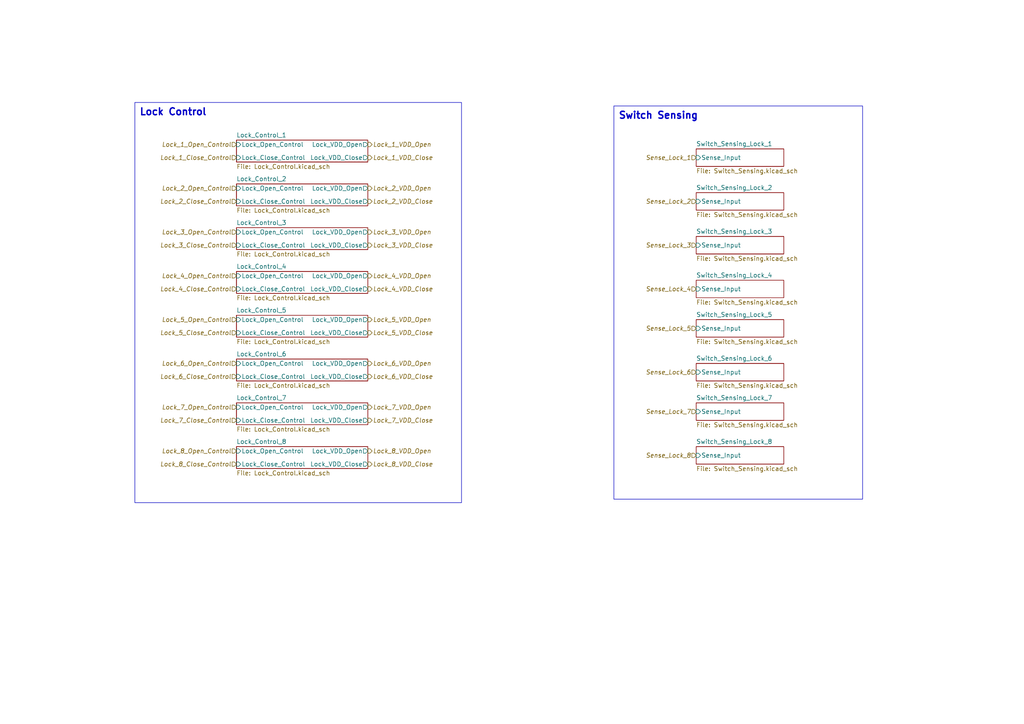
<source format=kicad_sch>
(kicad_sch
	(version 20231120)
	(generator "eeschema")
	(generator_version "8.0")
	(uuid "829bf2fb-0cbe-499c-a458-8d59c8c34551")
	(paper "A4")
	(lib_symbols)
	(rectangle
		(start 39.116 29.718)
		(end 133.858 145.796)
		(stroke
			(width 0)
			(type default)
		)
		(fill
			(type none)
		)
		(uuid 38e444be-a085-47fa-b63e-265b330679db)
	)
	(rectangle
		(start 178.054 30.734)
		(end 250.19 144.78)
		(stroke
			(width 0)
			(type default)
		)
		(fill
			(type none)
		)
		(uuid 8a344375-1b58-43d5-8669-4c6d1752a46a)
	)
	(text "Lock Control"
		(exclude_from_sim no)
		(at 40.386 33.782 0)
		(effects
			(font
				(size 2 2)
				(thickness 0.4)
				(bold yes)
			)
			(justify left bottom)
		)
		(uuid "39073fe2-1967-427b-ab3a-a225aa11024d")
	)
	(text "Switch Sensing"
		(exclude_from_sim no)
		(at 179.324 34.798 0)
		(effects
			(font
				(size 2 2)
				(thickness 0.4)
				(bold yes)
			)
			(justify left bottom)
		)
		(uuid "4b486aca-7feb-4dc9-9772-4eea4045032b")
	)
	(hierarchical_label "Lock_3_VDD_Close"
		(shape output)
		(at 106.68 71.12 0)
		(fields_autoplaced yes)
		(effects
			(font
				(size 1.27 1.27)
				(italic yes)
			)
			(justify left)
		)
		(uuid "01a6f01a-3dcc-4670-83e3-814295ea39a9")
	)
	(hierarchical_label "Lock_2_Close_Control"
		(shape input)
		(at 68.58 58.42 180)
		(fields_autoplaced yes)
		(effects
			(font
				(size 1.27 1.27)
				(italic yes)
			)
			(justify right)
		)
		(uuid "09ca04f1-6404-442c-86b2-34003e7abbcc")
	)
	(hierarchical_label "Sense_Lock_7"
		(shape input)
		(at 201.93 119.38 180)
		(fields_autoplaced yes)
		(effects
			(font
				(size 1.27 1.27)
				(italic yes)
			)
			(justify right)
		)
		(uuid "0f949a52-09a4-476e-9793-99c0e5b62dd9")
	)
	(hierarchical_label "Lock_5_Open_Control"
		(shape input)
		(at 68.58 92.71 180)
		(fields_autoplaced yes)
		(effects
			(font
				(size 1.27 1.27)
				(italic yes)
			)
			(justify right)
		)
		(uuid "11106617-7a6d-4d77-b973-bb4bfea21fd1")
	)
	(hierarchical_label "Lock_7_VDD_Close"
		(shape output)
		(at 106.68 121.92 0)
		(fields_autoplaced yes)
		(effects
			(font
				(size 1.27 1.27)
				(italic yes)
			)
			(justify left)
		)
		(uuid "13876124-58c6-4b9d-9a92-705eb23b4137")
	)
	(hierarchical_label "Sense_Lock_4"
		(shape input)
		(at 201.93 83.82 180)
		(fields_autoplaced yes)
		(effects
			(font
				(size 1.27 1.27)
				(italic yes)
			)
			(justify right)
		)
		(uuid "22a873b6-2f54-4937-bf62-551df83b3faf")
	)
	(hierarchical_label "Lock_5_VDD_Open"
		(shape output)
		(at 106.68 92.71 0)
		(fields_autoplaced yes)
		(effects
			(font
				(size 1.27 1.27)
				(italic yes)
			)
			(justify left)
		)
		(uuid "2d17fde2-d43b-4d71-ab21-04b4f8691cc2")
	)
	(hierarchical_label "Sense_Lock_5"
		(shape input)
		(at 201.93 95.25 180)
		(fields_autoplaced yes)
		(effects
			(font
				(size 1.27 1.27)
				(italic yes)
			)
			(justify right)
		)
		(uuid "35b77036-7e16-4bf5-990a-a882bc83011f")
	)
	(hierarchical_label "Lock_6_VDD_Open"
		(shape output)
		(at 106.68 105.41 0)
		(fields_autoplaced yes)
		(effects
			(font
				(size 1.27 1.27)
				(italic yes)
			)
			(justify left)
		)
		(uuid "3983579f-cec4-41f2-b184-a8557a9ed089")
	)
	(hierarchical_label "Lock_6_VDD_Close"
		(shape output)
		(at 106.68 109.22 0)
		(fields_autoplaced yes)
		(effects
			(font
				(size 1.27 1.27)
				(italic yes)
			)
			(justify left)
		)
		(uuid "47ed6940-e76b-4133-9577-ad1a0aa4aefa")
	)
	(hierarchical_label "Lock_5_VDD_Close"
		(shape output)
		(at 106.68 96.52 0)
		(fields_autoplaced yes)
		(effects
			(font
				(size 1.27 1.27)
				(italic yes)
			)
			(justify left)
		)
		(uuid "4b16fce4-9ddc-457d-99bd-c79a4cfbeeef")
	)
	(hierarchical_label "Lock_4_Close_Control"
		(shape input)
		(at 68.58 83.82 180)
		(fields_autoplaced yes)
		(effects
			(font
				(size 1.27 1.27)
				(italic yes)
			)
			(justify right)
		)
		(uuid "4fd4bd9c-2155-47ca-a151-8a19fc50b21d")
	)
	(hierarchical_label "Sense_Lock_8"
		(shape input)
		(at 201.93 132.08 180)
		(fields_autoplaced yes)
		(effects
			(font
				(size 1.27 1.27)
				(italic yes)
			)
			(justify right)
		)
		(uuid "5bd0e8a7-a72b-4e9a-a915-8190be97b145")
	)
	(hierarchical_label "Sense_Lock_3"
		(shape input)
		(at 201.93 71.12 180)
		(fields_autoplaced yes)
		(effects
			(font
				(size 1.27 1.27)
				(italic yes)
			)
			(justify right)
		)
		(uuid "5fa47bee-46d9-46c9-ac20-3c4fd1e23195")
	)
	(hierarchical_label "Sense_Lock_6"
		(shape input)
		(at 201.93 107.95 180)
		(fields_autoplaced yes)
		(effects
			(font
				(size 1.27 1.27)
				(italic yes)
			)
			(justify right)
		)
		(uuid "60ffe2a5-737e-42e7-b68a-4e6e220ec1e1")
	)
	(hierarchical_label "Lock_4_VDD_Open"
		(shape output)
		(at 106.68 80.01 0)
		(fields_autoplaced yes)
		(effects
			(font
				(size 1.27 1.27)
				(italic yes)
			)
			(justify left)
		)
		(uuid "78a1c9b6-8e6c-4888-bbe9-59de46b0a6db")
	)
	(hierarchical_label "Lock_8_VDD_Open"
		(shape output)
		(at 106.68 130.81 0)
		(fields_autoplaced yes)
		(effects
			(font
				(size 1.27 1.27)
				(italic yes)
			)
			(justify left)
		)
		(uuid "7b464692-1670-4874-bafe-3f0503f4193f")
	)
	(hierarchical_label "Lock_1_Close_Control"
		(shape input)
		(at 68.58 45.72 180)
		(fields_autoplaced yes)
		(effects
			(font
				(size 1.27 1.27)
				(italic yes)
			)
			(justify right)
		)
		(uuid "7cb80d05-3ffa-43a6-b991-e95c50d9b756")
	)
	(hierarchical_label "Lock_1_VDD_Close"
		(shape output)
		(at 106.68 45.72 0)
		(fields_autoplaced yes)
		(effects
			(font
				(size 1.27 1.27)
				(italic yes)
			)
			(justify left)
		)
		(uuid "80b85942-467a-43c0-87db-269b18450bf1")
	)
	(hierarchical_label "Lock_2_VDD_Open"
		(shape output)
		(at 106.68 54.61 0)
		(fields_autoplaced yes)
		(effects
			(font
				(size 1.27 1.27)
				(italic yes)
			)
			(justify left)
		)
		(uuid "86541bc9-9765-405d-abdc-68afbf3b6168")
	)
	(hierarchical_label "Lock_3_Open_Control"
		(shape input)
		(at 68.58 67.31 180)
		(fields_autoplaced yes)
		(effects
			(font
				(size 1.27 1.27)
				(italic yes)
			)
			(justify right)
		)
		(uuid "88449b29-eee7-4b05-a499-7ca1b1441743")
	)
	(hierarchical_label "Lock_8_Open_Control"
		(shape input)
		(at 68.58 130.81 180)
		(fields_autoplaced yes)
		(effects
			(font
				(size 1.27 1.27)
				(italic yes)
			)
			(justify right)
		)
		(uuid "89ae6362-bb6c-4604-a468-4b298348e7b4")
	)
	(hierarchical_label "Lock_7_Open_Control"
		(shape input)
		(at 68.58 118.11 180)
		(fields_autoplaced yes)
		(effects
			(font
				(size 1.27 1.27)
				(italic yes)
			)
			(justify right)
		)
		(uuid "8f94144f-0ba6-41c7-9a95-a5328d24040f")
	)
	(hierarchical_label "Lock_2_VDD_Close"
		(shape output)
		(at 106.68 58.42 0)
		(fields_autoplaced yes)
		(effects
			(font
				(size 1.27 1.27)
				(italic yes)
			)
			(justify left)
		)
		(uuid "905d8f9f-4f5b-4710-a74f-8ad5b9eb0656")
	)
	(hierarchical_label "Lock_8_Close_Control"
		(shape input)
		(at 68.58 134.62 180)
		(fields_autoplaced yes)
		(effects
			(font
				(size 1.27 1.27)
				(italic yes)
			)
			(justify right)
		)
		(uuid "9457499a-e152-4013-8466-0f0c508018f6")
	)
	(hierarchical_label "Lock_8_VDD_Close"
		(shape output)
		(at 106.68 134.62 0)
		(fields_autoplaced yes)
		(effects
			(font
				(size 1.27 1.27)
				(italic yes)
			)
			(justify left)
		)
		(uuid "99969f5f-4ba6-4176-8784-8097c24ef084")
	)
	(hierarchical_label "Lock_1_VDD_Open"
		(shape output)
		(at 106.68 41.91 0)
		(fields_autoplaced yes)
		(effects
			(font
				(size 1.27 1.27)
				(italic yes)
			)
			(justify left)
		)
		(uuid "9bf1fa24-9929-48be-bd1f-70fbe4fd24e1")
	)
	(hierarchical_label "Lock_6_Open_Control"
		(shape input)
		(at 68.58 105.41 180)
		(fields_autoplaced yes)
		(effects
			(font
				(size 1.27 1.27)
				(italic yes)
			)
			(justify right)
		)
		(uuid "9de2ba5e-449e-47f1-a382-ab92e10fb5e7")
	)
	(hierarchical_label "Lock_6_Close_Control"
		(shape input)
		(at 68.58 109.22 180)
		(fields_autoplaced yes)
		(effects
			(font
				(size 1.27 1.27)
				(italic yes)
			)
			(justify right)
		)
		(uuid "a9c3ff8d-5c26-4c31-90c2-862928526362")
	)
	(hierarchical_label "Lock_5_Close_Control"
		(shape input)
		(at 68.58 96.52 180)
		(fields_autoplaced yes)
		(effects
			(font
				(size 1.27 1.27)
				(italic yes)
			)
			(justify right)
		)
		(uuid "abb05832-c08c-4b5d-9ec4-a864482a2c1d")
	)
	(hierarchical_label "Lock_3_Close_Control"
		(shape input)
		(at 68.58 71.12 180)
		(fields_autoplaced yes)
		(effects
			(font
				(size 1.27 1.27)
				(italic yes)
			)
			(justify right)
		)
		(uuid "b2f6d7ee-308a-4383-a36e-d4bab10a84fd")
	)
	(hierarchical_label "Lock_1_Open_Control"
		(shape input)
		(at 68.58 41.91 180)
		(fields_autoplaced yes)
		(effects
			(font
				(size 1.27 1.27)
				(italic yes)
			)
			(justify right)
		)
		(uuid "b326607e-6c48-4102-a6f5-1ac9db2a4f6f")
	)
	(hierarchical_label "Lock_2_Open_Control"
		(shape input)
		(at 68.58 54.61 180)
		(fields_autoplaced yes)
		(effects
			(font
				(size 1.27 1.27)
				(italic yes)
			)
			(justify right)
		)
		(uuid "bc4fb6e8-b011-41e0-9c86-2ba5eb24c96c")
	)
	(hierarchical_label "Sense_Lock_1"
		(shape input)
		(at 201.93 45.72 180)
		(fields_autoplaced yes)
		(effects
			(font
				(size 1.27 1.27)
				(italic yes)
			)
			(justify right)
		)
		(uuid "bf88e9f0-d6ef-4d03-a109-ab5062c66def")
	)
	(hierarchical_label "Lock_4_Open_Control"
		(shape input)
		(at 68.58 80.01 180)
		(fields_autoplaced yes)
		(effects
			(font
				(size 1.27 1.27)
				(italic yes)
			)
			(justify right)
		)
		(uuid "d1945fbf-2ba4-4c77-a9b0-9fb2d9f11e26")
	)
	(hierarchical_label "Lock_4_VDD_Close"
		(shape output)
		(at 106.68 83.82 0)
		(fields_autoplaced yes)
		(effects
			(font
				(size 1.27 1.27)
				(italic yes)
			)
			(justify left)
		)
		(uuid "de639d29-76f0-46a0-938c-fe605983d0a0")
	)
	(hierarchical_label "Sense_Lock_2"
		(shape input)
		(at 201.93 58.42 180)
		(fields_autoplaced yes)
		(effects
			(font
				(size 1.27 1.27)
				(italic yes)
			)
			(justify right)
		)
		(uuid "e1d290fa-6387-469f-8096-bf905e44bfd3")
	)
	(hierarchical_label "Lock_7_VDD_Open"
		(shape output)
		(at 106.68 118.11 0)
		(fields_autoplaced yes)
		(effects
			(font
				(size 1.27 1.27)
				(italic yes)
			)
			(justify left)
		)
		(uuid "e66acf6e-628b-4424-978d-6a55591c4b92")
	)
	(hierarchical_label "Lock_3_VDD_Open"
		(shape output)
		(at 106.68 67.31 0)
		(fields_autoplaced yes)
		(effects
			(font
				(size 1.27 1.27)
				(italic yes)
			)
			(justify left)
		)
		(uuid "efe797de-3217-4375-a68d-f2c382dce8f1")
	)
	(hierarchical_label "Lock_7_Close_Control"
		(shape input)
		(at 68.58 121.92 180)
		(fields_autoplaced yes)
		(effects
			(font
				(size 1.27 1.27)
				(italic yes)
			)
			(justify right)
		)
		(uuid "f31faa4a-c11d-435c-846c-810bdbaac6ab")
	)
	(sheet
		(at 201.93 129.54)
		(size 25.4 5.08)
		(fields_autoplaced yes)
		(stroke
			(width 0.1524)
			(type solid)
		)
		(fill
			(color 0 0 0 0.0000)
		)
		(uuid "0481b9ea-4eda-4779-9c33-4563f4e2b2a2")
		(property "Sheetname" "Switch_Sensing_Lock_8"
			(at 201.93 128.8284 0)
			(effects
				(font
					(size 1.27 1.27)
				)
				(justify left bottom)
			)
		)
		(property "Sheetfile" "Switch_Sensing.kicad_sch"
			(at 201.93 135.2046 0)
			(effects
				(font
					(size 1.27 1.27)
				)
				(justify left top)
			)
		)
		(pin "Sense_Input" input
			(at 201.93 132.08 180)
			(effects
				(font
					(size 1.27 1.27)
				)
				(justify left)
			)
			(uuid "52b064d2-09ca-412c-b20c-6a7739110376")
		)
		(instances
			(project "Partial_Drawer_Controller_v1"
				(path "/57f8c193-fe09-43d3-9441-dbd40881d2aa/43bcf634-e9c3-4351-a59f-ee0dcec3115a"
					(page "40")
				)
			)
		)
	)
	(sheet
		(at 201.93 68.58)
		(size 25.4 5.08)
		(fields_autoplaced yes)
		(stroke
			(width 0.1524)
			(type solid)
		)
		(fill
			(color 0 0 0 0.0000)
		)
		(uuid "1eea38db-548a-40f6-8a6e-d81a1cdf84c1")
		(property "Sheetname" "Switch_Sensing_Lock_3"
			(at 201.93 67.8684 0)
			(effects
				(font
					(size 1.27 1.27)
				)
				(justify left bottom)
			)
		)
		(property "Sheetfile" "Switch_Sensing.kicad_sch"
			(at 201.93 74.2446 0)
			(effects
				(font
					(size 1.27 1.27)
				)
				(justify left top)
			)
		)
		(pin "Sense_Input" input
			(at 201.93 71.12 180)
			(effects
				(font
					(size 1.27 1.27)
				)
				(justify left)
			)
			(uuid "926d313f-5be0-4321-9a7a-4f062ec22ee3")
		)
		(instances
			(project "Partial_Drawer_Controller_v1"
				(path "/57f8c193-fe09-43d3-9441-dbd40881d2aa/43bcf634-e9c3-4351-a59f-ee0dcec3115a"
					(page "35")
				)
			)
		)
	)
	(sheet
		(at 201.93 81.28)
		(size 25.4 5.08)
		(fields_autoplaced yes)
		(stroke
			(width 0.1524)
			(type solid)
		)
		(fill
			(color 0 0 0 0.0000)
		)
		(uuid "23e17d2f-6daa-410c-af9f-904b12b7e8e6")
		(property "Sheetname" "Switch_Sensing_Lock_4"
			(at 201.93 80.5684 0)
			(effects
				(font
					(size 1.27 1.27)
				)
				(justify left bottom)
			)
		)
		(property "Sheetfile" "Switch_Sensing.kicad_sch"
			(at 201.93 86.9446 0)
			(effects
				(font
					(size 1.27 1.27)
				)
				(justify left top)
			)
		)
		(pin "Sense_Input" input
			(at 201.93 83.82 180)
			(effects
				(font
					(size 1.27 1.27)
				)
				(justify left)
			)
			(uuid "eb5c8517-32a5-4d32-967d-aa3a31525b39")
		)
		(instances
			(project "Partial_Drawer_Controller_v1"
				(path "/57f8c193-fe09-43d3-9441-dbd40881d2aa/43bcf634-e9c3-4351-a59f-ee0dcec3115a"
					(page "36")
				)
			)
		)
	)
	(sheet
		(at 68.58 116.84)
		(size 38.1 6.35)
		(fields_autoplaced yes)
		(stroke
			(width 0.1524)
			(type solid)
		)
		(fill
			(color 0 0 0 0.0000)
		)
		(uuid "2c75bec1-6ab8-4504-af17-54d03254e90d")
		(property "Sheetname" "Lock_Control_7"
			(at 68.58 116.1284 0)
			(effects
				(font
					(size 1.27 1.27)
				)
				(justify left bottom)
			)
		)
		(property "Sheetfile" "Lock_Control.kicad_sch"
			(at 68.58 123.7746 0)
			(effects
				(font
					(size 1.27 1.27)
				)
				(justify left top)
			)
		)
		(property "Field2" ""
			(at 68.58 116.84 0)
			(effects
				(font
					(size 1.27 1.27)
				)
				(hide yes)
			)
		)
		(pin "Lock_VDD_Open" output
			(at 106.68 118.11 0)
			(effects
				(font
					(size 1.27 1.27)
				)
				(justify right)
			)
			(uuid "399bb599-a0e6-475f-ad62-75fadef5f1d1")
		)
		(pin "Lock_VDD_Close" output
			(at 106.68 121.92 0)
			(effects
				(font
					(size 1.27 1.27)
				)
				(justify right)
			)
			(uuid "4259dcc1-5f20-4446-986f-b8cf0eccf5e7")
		)
		(pin "Lock_Close_Control" input
			(at 68.58 121.92 180)
			(effects
				(font
					(size 1.27 1.27)
				)
				(justify left)
			)
			(uuid "2121fcdc-6ab5-4b8d-8d44-3f5377fcafbb")
		)
		(pin "Lock_Open_Control" input
			(at 68.58 118.11 180)
			(effects
				(font
					(size 1.27 1.27)
				)
				(justify left)
			)
			(uuid "d3f2a4d9-d6ff-4f0a-a46e-ceb3582149bb")
		)
		(instances
			(project "Partial_Drawer_Controller_v1"
				(path "/57f8c193-fe09-43d3-9441-dbd40881d2aa/43bcf634-e9c3-4351-a59f-ee0dcec3115a"
					(page "28")
				)
			)
		)
	)
	(sheet
		(at 201.93 92.71)
		(size 25.4 5.08)
		(fields_autoplaced yes)
		(stroke
			(width 0.1524)
			(type solid)
		)
		(fill
			(color 0 0 0 0.0000)
		)
		(uuid "3728aa58-a31c-4878-ac51-cdf756b1203c")
		(property "Sheetname" "Switch_Sensing_Lock_5"
			(at 201.93 91.9984 0)
			(effects
				(font
					(size 1.27 1.27)
				)
				(justify left bottom)
			)
		)
		(property "Sheetfile" "Switch_Sensing.kicad_sch"
			(at 201.93 98.3746 0)
			(effects
				(font
					(size 1.27 1.27)
				)
				(justify left top)
			)
		)
		(pin "Sense_Input" input
			(at 201.93 95.25 180)
			(effects
				(font
					(size 1.27 1.27)
				)
				(justify left)
			)
			(uuid "879ac39a-e8bd-40a8-9106-933842981d4f")
		)
		(instances
			(project "Partial_Drawer_Controller_v1"
				(path "/57f8c193-fe09-43d3-9441-dbd40881d2aa/43bcf634-e9c3-4351-a59f-ee0dcec3115a"
					(page "37")
				)
			)
		)
	)
	(sheet
		(at 68.58 40.64)
		(size 38.1 6.35)
		(fields_autoplaced yes)
		(stroke
			(width 0.1524)
			(type solid)
		)
		(fill
			(color 0 0 0 0.0000)
		)
		(uuid "38952abe-30d5-4ef0-9940-75b5c54f090d")
		(property "Sheetname" "Lock_Control_1"
			(at 68.58 39.9284 0)
			(effects
				(font
					(size 1.27 1.27)
				)
				(justify left bottom)
			)
		)
		(property "Sheetfile" "Lock_Control.kicad_sch"
			(at 68.58 47.5746 0)
			(effects
				(font
					(size 1.27 1.27)
				)
				(justify left top)
			)
		)
		(property "Field2" ""
			(at 68.58 40.64 0)
			(effects
				(font
					(size 1.27 1.27)
				)
				(hide yes)
			)
		)
		(pin "Lock_VDD_Open" output
			(at 106.68 41.91 0)
			(effects
				(font
					(size 1.27 1.27)
				)
				(justify right)
			)
			(uuid "e64f3a4f-fa22-4e36-9dc0-a43d745cf0d6")
		)
		(pin "Lock_VDD_Close" output
			(at 106.68 45.72 0)
			(effects
				(font
					(size 1.27 1.27)
				)
				(justify right)
			)
			(uuid "96a782d3-a87e-456d-a1c6-7446e687b839")
		)
		(pin "Lock_Close_Control" input
			(at 68.58 45.72 180)
			(effects
				(font
					(size 1.27 1.27)
				)
				(justify left)
			)
			(uuid "5b101c25-eb13-4ce5-8c4d-69f52f0c0837")
		)
		(pin "Lock_Open_Control" input
			(at 68.58 41.91 180)
			(effects
				(font
					(size 1.27 1.27)
				)
				(justify left)
			)
			(uuid "a061e058-aa47-4bba-b51d-20bed80eaa77")
		)
		(instances
			(project "Partial_Drawer_Controller_v1"
				(path "/57f8c193-fe09-43d3-9441-dbd40881d2aa/43bcf634-e9c3-4351-a59f-ee0dcec3115a"
					(page "8")
				)
			)
		)
	)
	(sheet
		(at 68.58 129.54)
		(size 38.1 6.35)
		(fields_autoplaced yes)
		(stroke
			(width 0.1524)
			(type solid)
		)
		(fill
			(color 0 0 0 0.0000)
		)
		(uuid "55464f09-8141-44f3-a4dc-8d95b835c76f")
		(property "Sheetname" "Lock_Control_8"
			(at 68.58 128.8284 0)
			(effects
				(font
					(size 1.27 1.27)
				)
				(justify left bottom)
			)
		)
		(property "Sheetfile" "Lock_Control.kicad_sch"
			(at 68.58 136.4746 0)
			(effects
				(font
					(size 1.27 1.27)
				)
				(justify left top)
			)
		)
		(property "Field2" ""
			(at 68.58 129.54 0)
			(effects
				(font
					(size 1.27 1.27)
				)
				(hide yes)
			)
		)
		(pin "Lock_VDD_Open" output
			(at 106.68 130.81 0)
			(effects
				(font
					(size 1.27 1.27)
				)
				(justify right)
			)
			(uuid "25e5960d-65b3-42aa-939f-eae30ee78ca9")
		)
		(pin "Lock_VDD_Close" output
			(at 106.68 134.62 0)
			(effects
				(font
					(size 1.27 1.27)
				)
				(justify right)
			)
			(uuid "febcecb6-9691-4310-9b0d-e11c06fd065c")
		)
		(pin "Lock_Close_Control" input
			(at 68.58 134.62 180)
			(effects
				(font
					(size 1.27 1.27)
				)
				(justify left)
			)
			(uuid "8ca419a0-89f1-430c-a025-216fe1fbfe1b")
		)
		(pin "Lock_Open_Control" input
			(at 68.58 130.81 180)
			(effects
				(font
					(size 1.27 1.27)
				)
				(justify left)
			)
			(uuid "46f89e7b-061b-4688-90c1-cc45572095c1")
		)
		(instances
			(project "Partial_Drawer_Controller_v1"
				(path "/57f8c193-fe09-43d3-9441-dbd40881d2aa/43bcf634-e9c3-4351-a59f-ee0dcec3115a"
					(page "31")
				)
			)
		)
	)
	(sheet
		(at 68.58 53.34)
		(size 38.1 6.35)
		(fields_autoplaced yes)
		(stroke
			(width 0.1524)
			(type solid)
		)
		(fill
			(color 0 0 0 0.0000)
		)
		(uuid "659f014e-7acd-4f7d-85c4-f114c10273ee")
		(property "Sheetname" "Lock_Control_2"
			(at 68.58 52.6284 0)
			(effects
				(font
					(size 1.27 1.27)
				)
				(justify left bottom)
			)
		)
		(property "Sheetfile" "Lock_Control.kicad_sch"
			(at 68.58 60.2746 0)
			(effects
				(font
					(size 1.27 1.27)
				)
				(justify left top)
			)
		)
		(property "Field2" ""
			(at 68.58 53.34 0)
			(effects
				(font
					(size 1.27 1.27)
				)
				(hide yes)
			)
		)
		(pin "Lock_VDD_Open" output
			(at 106.68 54.61 0)
			(effects
				(font
					(size 1.27 1.27)
				)
				(justify right)
			)
			(uuid "03af784a-dd76-4ec7-8550-9657a33bdd95")
		)
		(pin "Lock_VDD_Close" output
			(at 106.68 58.42 0)
			(effects
				(font
					(size 1.27 1.27)
				)
				(justify right)
			)
			(uuid "4fa383c3-6710-4d29-b15a-ef9910c68f0b")
		)
		(pin "Lock_Close_Control" input
			(at 68.58 58.42 180)
			(effects
				(font
					(size 1.27 1.27)
				)
				(justify left)
			)
			(uuid "c735f2fa-7026-4a97-9e9b-28846ff6cbf3")
		)
		(pin "Lock_Open_Control" input
			(at 68.58 54.61 180)
			(effects
				(font
					(size 1.27 1.27)
				)
				(justify left)
			)
			(uuid "86cc60cb-7f41-4d20-9655-8f1c2bf3ddb7")
		)
		(instances
			(project "Partial_Drawer_Controller_v1"
				(path "/57f8c193-fe09-43d3-9441-dbd40881d2aa/43bcf634-e9c3-4351-a59f-ee0dcec3115a"
					(page "11")
				)
			)
		)
	)
	(sheet
		(at 68.58 66.04)
		(size 38.1 6.35)
		(fields_autoplaced yes)
		(stroke
			(width 0.1524)
			(type solid)
		)
		(fill
			(color 0 0 0 0.0000)
		)
		(uuid "7c455a2c-ce6f-4f9e-9e17-9ef94ac67c36")
		(property "Sheetname" "Lock_Control_3"
			(at 68.58 65.3284 0)
			(effects
				(font
					(size 1.27 1.27)
				)
				(justify left bottom)
			)
		)
		(property "Sheetfile" "Lock_Control.kicad_sch"
			(at 68.58 72.9746 0)
			(effects
				(font
					(size 1.27 1.27)
				)
				(justify left top)
			)
		)
		(property "Field2" ""
			(at 68.58 66.04 0)
			(effects
				(font
					(size 1.27 1.27)
				)
				(hide yes)
			)
		)
		(pin "Lock_VDD_Open" output
			(at 106.68 67.31 0)
			(effects
				(font
					(size 1.27 1.27)
				)
				(justify right)
			)
			(uuid "d086d9b8-db2b-4d0b-91af-17f3f07c72ae")
		)
		(pin "Lock_VDD_Close" output
			(at 106.68 71.12 0)
			(effects
				(font
					(size 1.27 1.27)
				)
				(justify right)
			)
			(uuid "b533a3bb-a45d-449c-a0da-bb16a3c2f832")
		)
		(pin "Lock_Close_Control" input
			(at 68.58 71.12 180)
			(effects
				(font
					(size 1.27 1.27)
				)
				(justify left)
			)
			(uuid "eb02d449-fdaa-43b6-a171-589e17b16746")
		)
		(pin "Lock_Open_Control" input
			(at 68.58 67.31 180)
			(effects
				(font
					(size 1.27 1.27)
				)
				(justify left)
			)
			(uuid "7c654afe-371e-41ad-a6c3-1320bf3386fb")
		)
		(instances
			(project "Partial_Drawer_Controller_v1"
				(path "/57f8c193-fe09-43d3-9441-dbd40881d2aa/43bcf634-e9c3-4351-a59f-ee0dcec3115a"
					(page "16")
				)
			)
		)
	)
	(sheet
		(at 201.93 55.88)
		(size 25.4 5.08)
		(fields_autoplaced yes)
		(stroke
			(width 0.1524)
			(type solid)
		)
		(fill
			(color 0 0 0 0.0000)
		)
		(uuid "8c2b5797-1f1b-4f1d-bcbe-d9175d1d94ba")
		(property "Sheetname" "Switch_Sensing_Lock_2"
			(at 201.93 55.1684 0)
			(effects
				(font
					(size 1.27 1.27)
				)
				(justify left bottom)
			)
		)
		(property "Sheetfile" "Switch_Sensing.kicad_sch"
			(at 201.93 61.5446 0)
			(effects
				(font
					(size 1.27 1.27)
				)
				(justify left top)
			)
		)
		(pin "Sense_Input" input
			(at 201.93 58.42 180)
			(effects
				(font
					(size 1.27 1.27)
				)
				(justify left)
			)
			(uuid "901180b4-f1a1-44fd-9e9c-5fa84f5f8ac2")
		)
		(instances
			(project "Partial_Drawer_Controller_v1"
				(path "/57f8c193-fe09-43d3-9441-dbd40881d2aa/43bcf634-e9c3-4351-a59f-ee0dcec3115a"
					(page "34")
				)
			)
		)
	)
	(sheet
		(at 68.58 104.14)
		(size 38.1 6.35)
		(fields_autoplaced yes)
		(stroke
			(width 0.1524)
			(type solid)
		)
		(fill
			(color 0 0 0 0.0000)
		)
		(uuid "a479dd19-ccc5-4bf9-8c7a-2de508f1e4d5")
		(property "Sheetname" "Lock_Control_6"
			(at 68.58 103.4284 0)
			(effects
				(font
					(size 1.27 1.27)
				)
				(justify left bottom)
			)
		)
		(property "Sheetfile" "Lock_Control.kicad_sch"
			(at 68.58 111.0746 0)
			(effects
				(font
					(size 1.27 1.27)
				)
				(justify left top)
			)
		)
		(property "Field2" ""
			(at 68.58 104.14 0)
			(effects
				(font
					(size 1.27 1.27)
				)
				(hide yes)
			)
		)
		(pin "Lock_VDD_Open" output
			(at 106.68 105.41 0)
			(effects
				(font
					(size 1.27 1.27)
				)
				(justify right)
			)
			(uuid "4aa14063-cc79-4789-add7-376ff6188de9")
		)
		(pin "Lock_VDD_Close" output
			(at 106.68 109.22 0)
			(effects
				(font
					(size 1.27 1.27)
				)
				(justify right)
			)
			(uuid "75b0eb44-249f-4685-a079-62cd9a5c0d92")
		)
		(pin "Lock_Close_Control" input
			(at 68.58 109.22 180)
			(effects
				(font
					(size 1.27 1.27)
				)
				(justify left)
			)
			(uuid "887ce7a5-6956-4dbd-b39a-4035c387d0b6")
		)
		(pin "Lock_Open_Control" input
			(at 68.58 105.41 180)
			(effects
				(font
					(size 1.27 1.27)
				)
				(justify left)
			)
			(uuid "461fecf9-1666-4455-9888-e2da78a91a81")
		)
		(instances
			(project "Partial_Drawer_Controller_v1"
				(path "/57f8c193-fe09-43d3-9441-dbd40881d2aa/43bcf634-e9c3-4351-a59f-ee0dcec3115a"
					(page "25")
				)
			)
		)
	)
	(sheet
		(at 68.58 78.74)
		(size 38.1 6.35)
		(fields_autoplaced yes)
		(stroke
			(width 0.1524)
			(type solid)
		)
		(fill
			(color 0 0 0 0.0000)
		)
		(uuid "b9fb9dae-4501-47b9-b244-0c87703f9fe3")
		(property "Sheetname" "Lock_Control_4"
			(at 68.58 78.0284 0)
			(effects
				(font
					(size 1.27 1.27)
				)
				(justify left bottom)
			)
		)
		(property "Sheetfile" "Lock_Control.kicad_sch"
			(at 68.58 85.6746 0)
			(effects
				(font
					(size 1.27 1.27)
				)
				(justify left top)
			)
		)
		(property "Field2" ""
			(at 68.58 78.74 0)
			(effects
				(font
					(size 1.27 1.27)
				)
				(hide yes)
			)
		)
		(pin "Lock_VDD_Open" output
			(at 106.68 80.01 0)
			(effects
				(font
					(size 1.27 1.27)
				)
				(justify right)
			)
			(uuid "b55bc47e-8e8d-4a08-94e6-30ab2e835ab2")
		)
		(pin "Lock_VDD_Close" output
			(at 106.68 83.82 0)
			(effects
				(font
					(size 1.27 1.27)
				)
				(justify right)
			)
			(uuid "05e877cc-0cdd-4518-ad99-643192eb11cb")
		)
		(pin "Lock_Close_Control" input
			(at 68.58 83.82 180)
			(effects
				(font
					(size 1.27 1.27)
				)
				(justify left)
			)
			(uuid "1a3aa993-d827-4951-af8e-baec95f20013")
		)
		(pin "Lock_Open_Control" input
			(at 68.58 80.01 180)
			(effects
				(font
					(size 1.27 1.27)
				)
				(justify left)
			)
			(uuid "24c75b2a-3b89-495f-b945-15476d60cde1")
		)
		(instances
			(project "Partial_Drawer_Controller_v1"
				(path "/57f8c193-fe09-43d3-9441-dbd40881d2aa/43bcf634-e9c3-4351-a59f-ee0dcec3115a"
					(page "19")
				)
			)
		)
	)
	(sheet
		(at 201.93 116.84)
		(size 25.4 5.08)
		(fields_autoplaced yes)
		(stroke
			(width 0.1524)
			(type solid)
		)
		(fill
			(color 0 0 0 0.0000)
		)
		(uuid "cd8aaea3-c06d-4481-9a3c-94147a3b7f01")
		(property "Sheetname" "Switch_Sensing_Lock_7"
			(at 201.93 116.1284 0)
			(effects
				(font
					(size 1.27 1.27)
				)
				(justify left bottom)
			)
		)
		(property "Sheetfile" "Switch_Sensing.kicad_sch"
			(at 201.93 122.5046 0)
			(effects
				(font
					(size 1.27 1.27)
				)
				(justify left top)
			)
		)
		(pin "Sense_Input" input
			(at 201.93 119.38 180)
			(effects
				(font
					(size 1.27 1.27)
				)
				(justify left)
			)
			(uuid "2d4ddacc-c7b2-48b6-93da-ea045765a233")
		)
		(instances
			(project "Partial_Drawer_Controller_v1"
				(path "/57f8c193-fe09-43d3-9441-dbd40881d2aa/43bcf634-e9c3-4351-a59f-ee0dcec3115a"
					(page "39")
				)
			)
		)
	)
	(sheet
		(at 201.93 43.18)
		(size 25.4 5.08)
		(fields_autoplaced yes)
		(stroke
			(width 0.1524)
			(type solid)
		)
		(fill
			(color 0 0 0 0.0000)
		)
		(uuid "daa5c514-a8db-4b4e-b18c-9fe500a82c8d")
		(property "Sheetname" "Switch_Sensing_Lock_1"
			(at 201.93 42.4684 0)
			(effects
				(font
					(size 1.27 1.27)
				)
				(justify left bottom)
			)
		)
		(property "Sheetfile" "Switch_Sensing.kicad_sch"
			(at 201.93 48.8446 0)
			(effects
				(font
					(size 1.27 1.27)
				)
				(justify left top)
			)
		)
		(pin "Sense_Input" input
			(at 201.93 45.72 180)
			(effects
				(font
					(size 1.27 1.27)
				)
				(justify left)
			)
			(uuid "4e8dfbe3-a2b3-4d2d-8ceb-bce471f335d0")
		)
		(instances
			(project "Partial_Drawer_Controller_v1"
				(path "/57f8c193-fe09-43d3-9441-dbd40881d2aa/43bcf634-e9c3-4351-a59f-ee0dcec3115a"
					(page "14")
				)
			)
		)
	)
	(sheet
		(at 68.58 91.44)
		(size 38.1 6.35)
		(fields_autoplaced yes)
		(stroke
			(width 0.1524)
			(type solid)
		)
		(fill
			(color 0 0 0 0.0000)
		)
		(uuid "f3392d72-ba81-465b-9e51-4fde0591fde8")
		(property "Sheetname" "Lock_Control_5"
			(at 68.58 90.7284 0)
			(effects
				(font
					(size 1.27 1.27)
				)
				(justify left bottom)
			)
		)
		(property "Sheetfile" "Lock_Control.kicad_sch"
			(at 68.58 98.3746 0)
			(effects
				(font
					(size 1.27 1.27)
				)
				(justify left top)
			)
		)
		(property "Field2" ""
			(at 68.58 91.44 0)
			(effects
				(font
					(size 1.27 1.27)
				)
				(hide yes)
			)
		)
		(pin "Lock_VDD_Open" output
			(at 106.68 92.71 0)
			(effects
				(font
					(size 1.27 1.27)
				)
				(justify right)
			)
			(uuid "78eca1b5-b674-4cd8-9680-4af24e148f50")
		)
		(pin "Lock_VDD_Close" output
			(at 106.68 96.52 0)
			(effects
				(font
					(size 1.27 1.27)
				)
				(justify right)
			)
			(uuid "634e35bf-77e8-4639-98dd-e898136c85b7")
		)
		(pin "Lock_Close_Control" input
			(at 68.58 96.52 180)
			(effects
				(font
					(size 1.27 1.27)
				)
				(justify left)
			)
			(uuid "22c0b083-1b78-4bae-8910-aadc85e38179")
		)
		(pin "Lock_Open_Control" input
			(at 68.58 92.71 180)
			(effects
				(font
					(size 1.27 1.27)
				)
				(justify left)
			)
			(uuid "d40d03fd-3ea8-459f-a8cb-0e438c5bad1c")
		)
		(instances
			(project "Partial_Drawer_Controller_v1"
				(path "/57f8c193-fe09-43d3-9441-dbd40881d2aa/43bcf634-e9c3-4351-a59f-ee0dcec3115a"
					(page "22")
				)
			)
		)
	)
	(sheet
		(at 201.93 105.41)
		(size 25.4 5.08)
		(fields_autoplaced yes)
		(stroke
			(width 0.1524)
			(type solid)
		)
		(fill
			(color 0 0 0 0.0000)
		)
		(uuid "f7e89e29-505f-4615-983e-7608df4b6a54")
		(property "Sheetname" "Switch_Sensing_Lock_6"
			(at 201.93 104.6984 0)
			(effects
				(font
					(size 1.27 1.27)
				)
				(justify left bottom)
			)
		)
		(property "Sheetfile" "Switch_Sensing.kicad_sch"
			(at 201.93 111.0746 0)
			(effects
				(font
					(size 1.27 1.27)
				)
				(justify left top)
			)
		)
		(pin "Sense_Input" input
			(at 201.93 107.95 180)
			(effects
				(font
					(size 1.27 1.27)
				)
				(justify left)
			)
			(uuid "71224367-2297-474e-b0ff-b134478bac42")
		)
		(instances
			(project "Partial_Drawer_Controller_v1"
				(path "/57f8c193-fe09-43d3-9441-dbd40881d2aa/43bcf634-e9c3-4351-a59f-ee0dcec3115a"
					(page "38")
				)
			)
		)
	)
)

</source>
